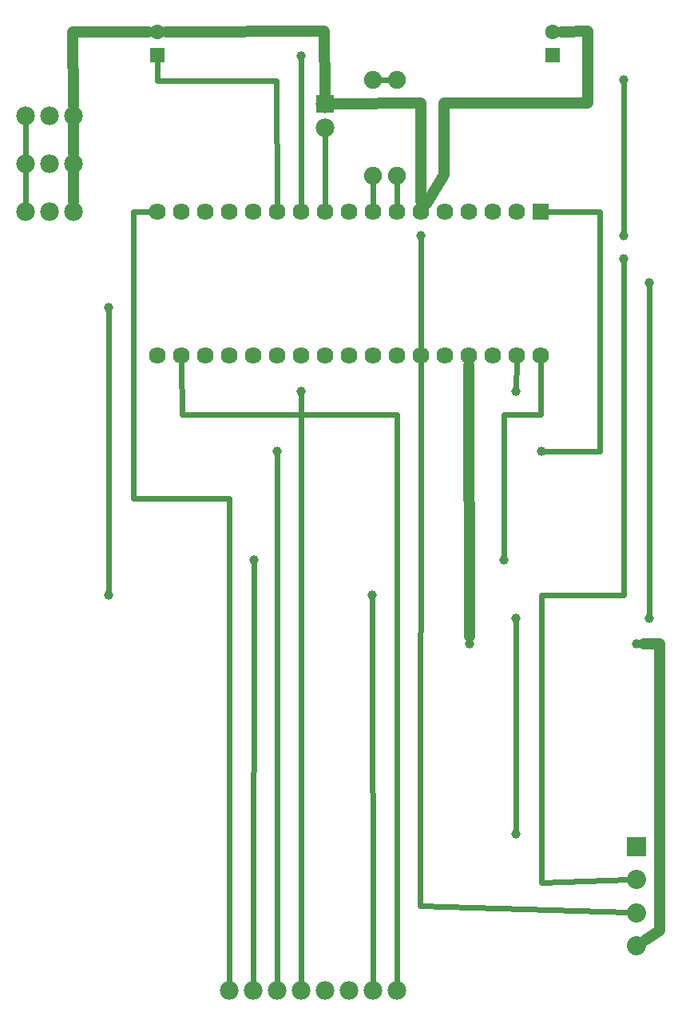
<source format=gbl>
G04 MADE WITH FRITZING*
G04 WWW.FRITZING.ORG*
G04 DOUBLE SIDED*
G04 HOLES PLATED*
G04 CONTOUR ON CENTER OF CONTOUR VECTOR*
%ASAXBY*%
%FSLAX23Y23*%
%MOIN*%
%OFA0B0*%
%SFA1.0B1.0*%
%ADD10C,0.078000*%
%ADD11C,0.070555*%
%ADD12C,0.070583*%
%ADD13C,0.080000*%
%ADD14C,0.062992*%
%ADD15C,0.075000*%
%ADD16C,0.039370*%
%ADD17R,0.070542X0.070570*%
%ADD18R,0.080000X0.080000*%
%ADD19R,0.062992X0.062992*%
%ADD20R,0.078000X0.078000*%
%ADD21C,0.048000*%
%ADD22C,0.024000*%
%LNCOPPER0*%
G90*
G70*
G54D10*
X277Y4056D03*
X177Y4056D03*
X77Y4056D03*
X277Y3856D03*
X177Y3856D03*
X77Y3856D03*
X277Y3656D03*
X177Y3656D03*
X77Y3656D03*
X927Y406D03*
X1027Y406D03*
X1127Y406D03*
X1227Y406D03*
X1327Y406D03*
X1427Y406D03*
X1527Y406D03*
X1627Y406D03*
G54D11*
X2227Y3656D03*
X2127Y3656D03*
X2027Y3656D03*
X1927Y3656D03*
X1827Y3656D03*
X1727Y3656D03*
X1627Y3656D03*
X1527Y3656D03*
X1427Y3656D03*
G54D12*
X1327Y3656D03*
X1227Y3656D03*
X1127Y3656D03*
G54D11*
X1027Y3656D03*
X927Y3656D03*
G54D12*
X827Y3656D03*
X727Y3656D03*
X627Y3656D03*
G54D11*
X2227Y3056D03*
X2127Y3056D03*
X2027Y3056D03*
X1927Y3056D03*
X1827Y3056D03*
X1727Y3056D03*
X1427Y3056D03*
G54D12*
X1327Y3056D03*
G54D11*
X1527Y3056D03*
X1627Y3056D03*
G54D12*
X1227Y3056D03*
X1127Y3056D03*
G54D11*
X1027Y3056D03*
X927Y3056D03*
G54D12*
X827Y3056D03*
X727Y3056D03*
X627Y3056D03*
G54D13*
X2627Y1006D03*
X2627Y868D03*
X2627Y730D03*
X2627Y592D03*
G54D14*
X627Y4307D03*
X627Y4406D03*
X2277Y4307D03*
X2277Y4406D03*
G54D10*
X1327Y4106D03*
X1327Y4006D03*
G54D15*
X1627Y3806D03*
X1627Y4206D03*
X1527Y3806D03*
X1527Y4206D03*
G54D16*
X2627Y1853D03*
X1929Y1853D03*
X2125Y1058D03*
X2125Y1957D03*
X2679Y1957D03*
X2229Y2655D03*
X1226Y4304D03*
X2575Y3457D03*
X2679Y3359D03*
X2575Y3554D03*
X1727Y3554D03*
X2575Y4206D03*
X1525Y2055D03*
X424Y2055D03*
X1128Y2655D03*
X1029Y2203D03*
X2074Y2203D03*
X2125Y2904D03*
X1227Y2904D03*
X424Y3254D03*
G54D17*
X2227Y3656D03*
G54D18*
X2627Y1006D03*
G54D19*
X627Y4307D03*
X2277Y4307D03*
G54D20*
X1327Y4106D03*
G54D21*
X275Y4404D02*
X276Y4097D01*
D02*
X589Y4406D02*
X275Y4404D01*
D02*
X277Y3897D02*
X277Y4015D01*
D02*
X277Y3697D02*
X277Y3815D01*
G54D22*
D02*
X77Y4026D02*
X77Y3886D01*
D02*
X77Y3826D02*
X77Y3686D01*
D02*
X1327Y3976D02*
X1327Y3686D01*
G54D21*
D02*
X1323Y4408D02*
X1326Y4147D01*
D02*
X664Y4406D02*
X1323Y4408D01*
G54D22*
D02*
X627Y4203D02*
X627Y4281D01*
D02*
X1123Y4203D02*
X627Y4203D01*
D02*
X1126Y3686D02*
X1123Y4203D01*
G54D21*
D02*
X1727Y4108D02*
X1727Y3697D01*
D02*
X1368Y4106D02*
X1727Y4108D01*
G54D22*
D02*
X1555Y4206D02*
X1598Y4206D01*
D02*
X1527Y3777D02*
X1527Y3686D01*
D02*
X1627Y3686D02*
X1627Y3777D01*
D02*
X1226Y3686D02*
X1226Y4285D01*
G54D21*
D02*
X2425Y4108D02*
X2425Y4408D01*
D02*
X2425Y4408D02*
X2314Y4406D01*
D02*
X1825Y4108D02*
X2425Y4108D01*
D02*
X1825Y3809D02*
X1825Y4108D01*
D02*
X1749Y3690D02*
X1825Y3809D01*
G54D22*
D02*
X2229Y2055D02*
X2229Y856D01*
D02*
X2575Y2055D02*
X2229Y2055D01*
D02*
X2229Y856D02*
X2595Y867D01*
D02*
X2575Y3438D02*
X2575Y2055D01*
D02*
X2125Y1077D02*
X2125Y1938D01*
D02*
X2679Y1976D02*
X2679Y3340D01*
D02*
X1724Y757D02*
X1726Y3026D01*
D02*
X2595Y731D02*
X1724Y757D01*
G54D21*
D02*
X2725Y1853D02*
X2657Y1853D01*
D02*
X1929Y1883D02*
X1927Y3015D01*
D02*
X2725Y654D02*
X2725Y1853D01*
D02*
X2662Y615D02*
X2725Y654D01*
G54D22*
D02*
X2575Y3573D02*
X2575Y4187D01*
D02*
X1727Y3086D02*
X1727Y3535D01*
D02*
X1525Y2036D02*
X1526Y436D01*
D02*
X424Y3235D02*
X424Y2074D01*
D02*
X1128Y2636D02*
X1127Y436D01*
D02*
X730Y2808D02*
X727Y3026D01*
D02*
X1628Y2808D02*
X730Y2808D01*
D02*
X1627Y436D02*
X1628Y2808D01*
D02*
X927Y2458D02*
X927Y436D01*
D02*
X526Y2458D02*
X927Y2458D01*
D02*
X526Y3656D02*
X526Y2458D01*
D02*
X597Y3656D02*
X526Y3656D01*
D02*
X1029Y2184D02*
X1027Y436D01*
D02*
X2074Y2808D02*
X2074Y2222D01*
D02*
X2227Y2808D02*
X2074Y2808D01*
D02*
X2227Y3026D02*
X2227Y2808D01*
D02*
X1227Y2885D02*
X1227Y436D01*
D02*
X2126Y3026D02*
X2125Y2923D01*
D02*
X2475Y3656D02*
X2256Y3656D01*
D02*
X2475Y2655D02*
X2475Y3656D01*
D02*
X2248Y2655D02*
X2475Y2655D01*
G04 End of Copper0*
M02*
</source>
